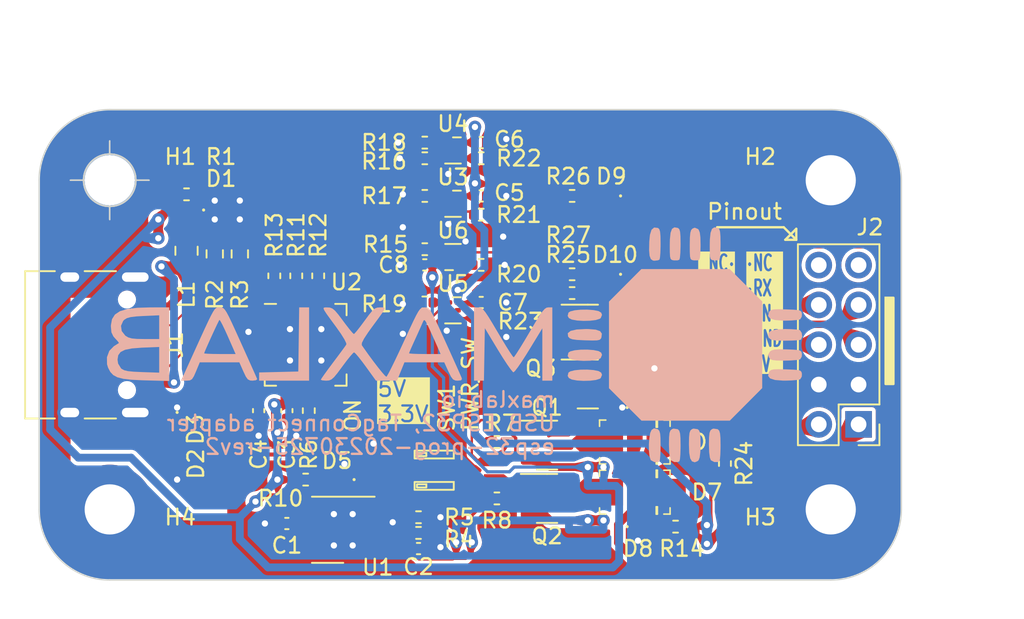
<source format=kicad_pcb>
(kicad_pcb (version 20221018) (generator pcbnew)
  (title_block (title "ESP32 External Programmer") (date "20230725") (rev "rev2"))
  (layers (0 "F.Cu" signal) (31 "B.Cu" signal) (34 "B.Paste" user) (35 "F.Paste" user) (36 "B.SilkS" user "B.Silkscreen") (37 "F.SilkS" user "F.Silkscreen") (38 "B.Mask" user) (39 "F.Mask" user) (44 "Edge.Cuts" user))
  (net 0 "")
  (net 1 "VBUS")
  (net 2 "GND")
  (net 3 "+3.3VA")
  (net 4 "+5V")
  (net 5 "+3.3V")
  (net 6 "Net-(U2-VDD)")
  (net 7 "Net-(D4-A)")
  (net 8 "Net-(D5-A)")
  (net 9 "/ESP_EN")
  (net 10 "/ESP_BOOT")
  (net 11 "/RXD")
  (net 12 "/TXD")
  (net 13 "Net-(Q1-D)")
  (net 14 "Net-(U2-~{RST})")
  (net 17 "Net-(R11-Pad2)")
  (net 18 "Net-(Q1-G)")
  (net 19 "Net-(U1-ADJ)")
  (net 20 "Net-(U2-~{DTR})")
  (net 22 "Net-(U2-TXD)")
  (net 23 "Net-(U2-RXD)")
  (net 24 "Net-(R17-Pad1)")
  (net 25 "Net-(R18-Pad1)")
  (net 28 "Net-(U2-~{RTS})")
  (net 44 "Net-(D8-A)")
  (net 45 "Net-(D9-A)")
  (net 46 "Net-(Q2-G)")
  (net 47 "Net-(R12-Pad2)")
  (net 48 "Net-(R19-Pad1)")
  (net 49 "Net-(Q2-D)")
  (net 50 "Net-(D10-A)")
  (net 51 "Net-(J1-VBUS-PadA4)")
  (net 52 "Net-(J1-CC1)")
  (net 54 "Net-(J1-CC2)")
  (net 56 "Net-(Q3-G)")
  (net 57 "Net-(Q3-S)")
  (net 58 "Net-(R13-Pad2)")
  (net 59 "Net-(R15-Pad2)")
  (net 60 "Net-(R20-Pad1)")
  (net 61 "Net-(R21-Pad1)")
  (net 62 "Net-(R22-Pad1)")
  (net 63 "Net-(R23-Pad1)")
  (net 64 "/UD-")
  (net 65 "/UD+")
  (footprint "Resistor_SMD:R_0603_1608Metric" (layer "F.Cu") (at 86.2 66.7 90)
    (fp_text reference "R2")
    (fp_text value "5.1k_0603_0603WAF5101T5E" hide)
  )
  (footprint "Resistor_SMD:R_0402_1005Metric" (layer "F.Cu") (at 109 63)
    (fp_text reference "R26")
    (fp_text value "1k_0402_0402WGF1001TCE" hide)
  )
  (footprint "Package_SON:Texas_USON-6_1x1.45mm_P0.5mm_SMD" (layer "F.Cu") (at 101.4 60.1)
    (fp_text reference "U4")
    (fp_text value "TI_SN74LVC1G125DRYR" hide)
  )
  (footprint "Package_DFN_QFN:DFN-8-1EP_4x4mm_P0.8mm_EP2.3x3.24mm" (layer "F.Cu") (at 94.4 84.3 180)
    (fp_text reference "U1")
    (fp_text value "LD39200DPUR" hide)
  )
  (footprint "00-kiml-diode:DO-214AC" (layer "F.Cu") (at 113 81.9 180)
    (fp_text reference "D7")
    (fp_text value "SS34" hide)
  )
  (footprint "Capacitor_SMD:C_0402_1005Metric" (layer "F.Cu") (at 99.2 85.5 180)
    (fp_text reference "C2")
    (fp_text value "10u_0402_LDK105CBJ106MVLF" hide)
  )
  (footprint "Resistor_SMD:R_0402_1005Metric" (layer "F.Cu") (at 103.2 64.2)
    (fp_text reference "R21")
    (fp_text value "32.4R_0402_AC0402FR-0732R4L" hide)
  )
  (footprint "00-kiml-switch-button-smd:SW_DIP_1.27mm_0.50mil_TP-02" (layer "F.Cu") (at 100.2 80.5 -90)
    (fp_text reference "SW1")
    (fp_text value "SW_DIP_x02_50mil_1.27mm_TP-02" hide)
  )
  (footprint "00-kiml-connector-usb:USB_C_Receptacle_HRO_TYPE-C-31-M-12" (layer "F.Cu") (at 78 72.5 -90)
    (fp_text reference "J1")
    (fp_text value "TYPE-C-31-M-12" hide)
  )
  (footprint "Resistor_SMD:R_0402_1005Metric" (layer "F.Cu") (at 115.6 76.5 180)
    (fp_text reference "R9")
    (fp_text value "1k_0402_0402WGF1001TCE" hide)
  )
  (footprint "Capacitor_SMD:C_0402_1005Metric" (layer "F.Cu") (at 90.8 83.9)
    (fp_text reference "C1")
    (fp_text value "10u_0402_LDK105CBJ106MVLF" hide)
  )
  (footprint "Capacitor_SMD:C_0402_1005Metric" (layer "F.Cu") (at 99.6 67.4 180)
    (fp_text reference "C8")
    (fp_text value "10u_0402_LDK105CBJ106MVLF" hide)
  )
  (footprint "MountingHole:MountingHole_3.2mm_M3_ISO7380_Pad" (layer "F.Cu") (at 79.5 83)
    (fp_text reference "H4")
    (fp_text value "MH" hide)
  )
  (footprint "MountingHole:MountingHole_3.2mm_M3_ISO7380_Pad" (layer "F.Cu") (at 125.5 62)
    (fp_text reference "H2")
    (fp_text value "MH" hide)
  )
  (footprint "Resistor_SMD:R_0402_1005Metric" (layer "F.Cu") (at 99.6 66.4)
    (fp_text reference "R15")
    (fp_text value "32.4R_0402_AC0402FR-0732R4L" hide)
  )
  (footprint "LED_SMD:LED_0402_1005Metric" (layer "F.Cu") (at 113.6 84.1)
    (fp_text reference "D8")
    (fp_text value "0402_RED_16-213SDRC/S530-A3/TR8" hide)
  )
  (footprint "Resistor_SMD:R_0402_1005Metric" (layer "F.Cu") (at 115.6 84.1 180)
    (fp_text reference "R14")
    (fp_text value "1k_0402_0402WGF1001TCE" hide)
  )
  (footprint "LED_SMD:LED_0402_1005Metric" (layer "F.Cu") (at 111 63 180)
    (fp_text reference "D9")
    (fp_text value "0402_BLUE_NCD0402B1" hide)
  )
  (footprint "Capacitor_SMD:C_0402_1005Metric" (layer "F.Cu") (at 89 76.7 -90)
    (fp_text reference "C4")
    (fp_text value "10u_0402_LDK105CBJ106MVLF" hide)
  )
  (footprint "Diode_SMD:D_0402_1005Metric" (layer "F.Cu") (at 83.8 79.9 90)
    (fp_text reference "D2")
    (fp_text value "SOD-882_0402_RCLAMP0521P-N" hide)
  )
  (footprint "Resistor_SMD:R_0402_1005Metric" (layer "F.Cu") (at 109 68)
    (fp_text reference "R27")
    (fp_text value "1k_0402_0402WGF1001TCE" hide)
  )
  (footprint "Package_DFN_QFN:QFN-28-1EP_5x5mm_P0.5mm_EP3.35x3.35mm" (layer "F.Cu") (at 92 72.5)
    (fp_text reference "U2")
    (fp_text value "CP2102-GMR" hide)
  )
  (footprint "Resistor_SMD:R_0402_1005Metric" (layer "F.Cu") (at 118.75 80.075 90)
    (fp_text reference "R24")
    (fp_text value "10k_0402_0402WGF1002TCE" hide)
  )
  (footprint "Resistor_SMD:R_0402_1005Metric" (layer "F.Cu") (at 91.4 68.1 90)
    (fp_text reference "R11")
    (fp_text value "32.4R_0402_AC0402FR-0732R4L" hide)
  )
  (footprint "Resistor_SMD:R_0402_1005Metric" (layer "F.Cu") (at 99.6 69.8 180)
    (fp_text reference "R19")
    (fp_text value "10k_0402_0402WGF1002TCE" hide)
  )
  (footprint "Resistor_SMD:R_0402_1005Metric" (layer "F.Cu") (at 103.2 67.4)
    (fp_text reference "R20")
    (fp_text value "10k_0402_0402WGF1002TCE" hide)
  )
  (footprint "MountingHole:MountingHole_3.2mm_M3_ISO7380_Pad" (layer "F.Cu") (at 125.5 83)
    (fp_text reference "H3")
    (fp_text value "MH" hide)
  )
  (footprint "Resistor_SMD:R_0402_1005Metric" (layer "F.Cu") (at 99.6 63 180)
    (fp_text reference "R17")
    (fp_text value "10k_0402_0402WGF1002TCE" hide)
  )
  (footprint "Capacitor_SMD:C_0402_1005Metric" (layer "F.Cu") (at 103.2 63)
    (fp_text reference "C5")
    (fp_text value "10u_0402_LDK105CBJ106MVLF" hide)
  )
  (footprint "Resistor_SMD:R_0603_1608Metric" (layer "F.Cu") (at 87.8 66.7 90)
    (fp_text reference "R3")
    (fp_text value "5.1k_0603_0603WAF5101T5E" hide)
  )
  (footprint "Package_SON:Texas_USON-6_1x1.45mm_P0.5mm_SMD" (layer "F.Cu") (at 101.4 63.5)
    (fp_text reference "U3")
    (fp_text value "TI_SN74LVC1G125DRYR" hide)
  )
  (footprint "Resistor_SMD:R_0402_1005Metric" (layer "F.Cu") (at 104.2 78.7)
    (fp_text reference "R7")
    (fp_text value "10k_0402_0402WGF1002TCE" hide)
  )
  (footprint "Connector_PinHeader_2.54mm:PinHeader_2x05_P2.54mm_Vertical" (layer "F.Cu") (at 127.275 77.575 180)
    (fp_text reference "J2")
    (fp_text value "Conn-02x05_PZ254-2-05-Z-8.5" hide)
  )
  (footprint "Package_TO_SOT_SMD:SOT-23" (layer "F.Cu") (at 110 71.5)
    (fp_text reference "Q4")
    (fp_text value "AO3400A" hide)
  )
  (footprint "Resistor_SMD:R_0402_1005Metric" (layer "F.Cu") (at 103.2 60.6)
    (fp_text reference "R22")
    (fp_text value "32.4R_0402_AC0402FR-0732R4L" hide)
  )
  (footprint "LED_SMD:LED_0402_1005Metric" (layer "F.Cu") (at 111 68 180)
    (fp_text reference "D10")
    (fp_text value "0402_BLUE_NCD0402B1" hide)
  )
  (footprint "Capacitor_SMD:C_0402_1005Metric" (layer "F.Cu") (at 103.2 69.8)
    (fp_text reference "C7")
    (fp_text value "10u_0402_LDK105CBJ106MVLF" hide)
  )
  (footprint "Resistor_SMD:R_0402_1005Metric" (layer "F.Cu") (at 103.2 70.8)
    (fp_text reference "R23")
    (fp_text value "32.4R_0402_AC0402FR-0732R4L" hide)
  )
  (footprint "Package_TO_SOT_SMD:SOT-23" (layer "F.Cu") (at 110 75)
    (fp_text reference "Q3")
    (fp_text value "AO3400A" hide)
  )
  (footprint "Diode_SMD:D_0402_1005Metric" (layer "F.Cu") (at 83.8 77.9 -90)
    (fp_text reference "D3")
    (fp_text value "SOD-882_0402_RCLAMP0521P-N" hide)
  )
  (footprint "Resistor_SMD:R_0402_1005Metric" (layer "F.Cu") (at 99.2 84.5 180)
    (fp_text reference "R4")
    (fp_text value "56k_0402_ERJ2RKF5602X" hide)
  )
  (footprint "Resistor_SMD:R_0402_1005Metric" (layer "F.Cu") (at 92.8 68.1 90)
    (fp_text reference "R12")
    (fp_text value "32.4R_0402_AC0402FR-0732R4L" hide)
  )
  (footprint "LED_SMD:LED_0402_1005Metric" (layer "F.Cu") (at 94 81.1 180)
    (fp_text reference "D5")
    (fp_text value "0402_RED_16-213SDRC/S530-A3/TR8" hide)
  )
  (footprint "Capacitor_SMD:C_0402_1005Metric" (layer "F.Cu") (at 90.8 76.7 -90)
    (fp_text reference "C3")
    (fp_text value "10u_0402_LDK105CBJ106MVLF" hide)
  )
  (footprint "Package_TO_SOT_SMD:SOT-23" (layer "F.Cu") (at 107.4 82.3)
    (fp_text reference "Q2")
    (fp_text value "AO3401A" hide)
  )
  (footprint "Resistor_SMD:R_0402_1005Metric" (layer "F.Cu") (at 92 81.1)
    (fp_text reference "R10")
    (fp_text value "1k_0402_0402WGF1001TCE" hide)
  )
  (footprint "Package_SON:Texas_USON-6_1x1.45mm_P0.5mm_SMD" (layer "F.Cu") (at 101.4 66.9 180)
    (fp_text reference "U6")
    (fp_text value "TI_SN74LVC1G125DRYR" hide)
  )
  (footprint "Resistor_SMD:R_0402_1005Metric" (layer "F.Cu") (at 99.2 83.5)
    (fp_text reference "R5")
    (fp_text value "10k_0402_0402WGF1002TCE" hide)
  )
  (footprint "Resistor_SMD:R_0402_1005Metric" (layer "F.Cu") (at 99.6 60.6)
    (fp_text reference "R16")
    (fp_text value "10k_0402_0402WGF1002TCE" hide)
  )
  (footprint "Package_TO_SOT_SMD:SOT-23" (layer "F.Cu") (at 107.4 78.9)
    (fp_text reference "Q1")
    (fp_text value "AO3401A" hide)
  )
  (footprint "Package_SON:Texas_USON-6_1x1.45mm_P0.5mm_SMD" (layer "F.Cu") (at 101.4 70.3)
    (fp_text reference "U5")
    (fp_text value "TI_SN74LVC1G125DRYR" hide)
  )
  (footprint "Capacitor_SMD:C_0402_1005Metric" (layer "F.Cu") (at 103.2 59.6)
    (fp_text reference "C6")
    (fp_text value "10u_0402_LDK105CBJ106MVLF" hide)
  )
  (footprint "Capacitor_SMD:C_0402_1005Metric" (layer "F.Cu") (at 112.925 74)
    (fp_text reference "C9")
    (fp_text value "10u_0402_LDK105CBJ106MVLF" hide)
  )
  (footprint "Resistor_SMD:R_0402_1005Metric" (layer "F.Cu") (at 90 68.1 90)
    (fp_text reference "R13")
    (fp_text value "32.4R_0402_AC0402FR-0732R4L" hide)
  )
  (footprint "Resistor_SMD:R_0402_1005Metric" (layer "F.Cu") (at 84.4 62.9)
    (fp_text reference "R1")
    (fp_text value "10k_0402_0402WGF1002TCE" hide)
  )
  (footprint "LED_SMD:LED_0402_1005Metric" (layer "F.Cu") (at 113.6 76.5)
    (fp_text reference "D4")
    (fp_text value "0402_RED_16-213SDRC/S530-A3/TR8" hide)
  )
  (footprint "Diode_SMD:D_0402_1005Metric" (layer "F.Cu") (at 84.4 63.9 180)
    (fp_text reference "D1")
    (fp_text value "SOD-882_0402_RCLAMP0521P-N" hide)
  )
  (footprint "Resistor_SMD:R_0402_1005Metric" (layer "F.Cu") (at 104.2 82.3)
    (fp_text reference "R8")
    (fp_text value "10k_0402_0402WGF1002TCE" hide)
  )
  (footprint "Resistor_SMD:R_0402_1005Metric" (layer "F.Cu") (at 109 69.2)
    (fp_text reference "R25")
    (fp_text value "10k_0402_0402WGF1002TCE" hide)
  )
  (footprint "Inductor_SMD:L_0805_2012Metric_Pad1.15x1.40mm_HandSolder" (layer "F.Cu") (at 84.4 66.5 90)
    (fp_text reference "L1")
    (fp_text value "FB_2A_0805_220R@100MHz_BLM21PG221SN1D" hide)
  )
  (footprint "00-kiml-diode:DO-214AC" (layer "F.Cu") (at 113 78.7 180)
    (fp_text reference "D6")
    (fp_text value "SS34" hide)
  )
  (footprint "Resistor_SMD:R_0402_1005Metric" (layer "F.Cu") (at 92.2 76.7 -90)
    (fp_text reference "R6")
    (fp_text value "10k_0402_0402WGF1002TCE" hide)
  )
  (footprint "Resistor_SMD:R_0402_1005Metric" (layer "F.Cu") (at 99.6 59.6 180)
    (fp_text reference "R18")
    (fp_text value "10k_0402_0402WGF1002TCE" hide)
  )
  (footprint "MountingHole:MountingHole_3.2mm_M3_ISO7380_Pad" (layer "F.Cu") (at 79.5 62)
    (fp_text reference "H1")
    (fp_text value "MH" hide)
  )
  (footprint "00-kiml-maxlab-logos:maxlab_logo_full_45mm" (layer "B.Cu") (at 101.147728 72.44968 180)
    (fp_text reference "G***" hide)
    (fp_text value "LOGO" hide)
  )
  (gr_line (start 123.3 65.8) (end 122.5 65) (stroke (width 0.15)) (layer "F.SilkS"))
  (gr_line (start 123.3 65.8) (end 123.3 65.1) (stroke (width 0.15)) (layer "F.SilkS"))
  (gr_rect (start 129 69.5) (end 129.5 75) (stroke (width 0.15)) (fill solid) (layer "F.SilkS"))
  (gr_line (start 123.3 65.1) (end 122.6 65.8) (stroke (width 0.15)) (layer "F.SilkS"))
  (gr_line (start 122.6 65.8) (end 123.3 65.8) (stroke (width 0.15)) (layer "F.SilkS"))
  (gr_line (start 122.5 65) (end 118.25 65) (stroke (width 0.15)) (layer "F.SilkS"))
  (gr_arc (start 79.5 87.5) (mid 76.318019 86.181981) (end 75 83) (stroke (width 0.1)) (layer "Edge.Cuts"))
  (gr_line (start 125.5 57.5) (end 79.5 57.5) (stroke (width 0.1)) (layer "Edge.Cuts"))
  (gr_line (start 130 62) (end 130 83) (stroke (width 0.1)) (layer "Edge.Cuts"))
  (gr_arc (start 125.5 57.5) (mid 128.681981 58.818019) (end 130 62) (stroke (width 0.1)) (layer "Edge.Cuts"))
  (gr_line (start 75 83) (end 75 62) (stroke (width 0.1)) (layer "Edge.Cuts"))
  (gr_arc (start 75 62) (mid 76.318019 58.818019) (end 79.5 57.5) (stroke (width 0.1)) (layer "Edge.Cuts"))
  (gr_arc (start 130 83) (mid 128.681981 86.181981) (end 125.5 87.5) (stroke (width 0.1)) (layer "Edge.Cuts"))
  (gr_line (start 125.5 87.5) (end 79.5 87.5) (stroke (width 0.1)) (layer "Edge.Cuts"))
  (gr_text "esp32-prog-${ISSUE_DATE}-${REVISION}" (at 108 79) (layer "B.SilkS") (effects (font (size 1 1)) (justify left mirror)))
  (gr_text "maxlab.io" (at 108 76) (layer "B.SilkS") (effects (font (size 1 1)) (justify left mirror)))
  (gr_text "USB ESP32, TagConnect adapter" (at 108 77.5) (layer "B.SilkS") (effects (font (size 1 1)) (justify left mirror)))
  (gr_text "NC·\nTX·\nBT·\nGND·\n3V3·" (at 119.5 70.5) (layer "F.SilkS" knockout) (effects (font (size 1 0.6)) (justify right)))
  (gr_text "·NC\n·RX\n·EN\n·GND\n·5V" (at 120 70.5) (layer "F.SilkS" knockout) (effects (font (size 1 0.6)) (justify left)))
  (gr_text "Pinout" (at 120 64) (layer "F.SilkS") (effects (font (size 1 1))))
  (gr_text "5V\n3.3V" (at 96.5 77.5) (layer "F.SilkS" knockout) (effects (font (size 1 1)) (justify left bottom)))
  (target plus (at 79.5 62) (size 5) (width 0.1) (layer "Edge.Cuts"))
  (target plus (at 79.5 62) (size 5) (width 0.1) (layer "Edge.Cuts"))
  (target plus (at 79.5 62) (size 5) (width 0.1) (layer "Edge.Cuts"))
  (segment (start 91.49 81.1) (end 90.2 81.1) (width 0.254) (layer "F.Cu") (net 1))
  (segment (start 90 76.3) (end 90.72 76.3) (width 0.5) (layer "F.Cu") (net 1))
  (segment (start 83.89 62.9) (end 83.89 63.875) (width 0.5) (layer "F.Cu") (net 1))
  (segment (start 90.8 76.22) (end 90.615614 76.22) (width 0.5) (layer "F.Cu") (net 1))
  (segment (start 105.75 79.85) (end 106.4625 79.85) (width 0.2032) (layer "F.Cu") (net 1))
  (segment (start 92.5 83.1) (end 91.4 83.1) (width 0.254) (layer "F.Cu") (net 1))
  (segment (start 90.05 74.95) (end 90.5 74.95) (width 0.2032) (layer "F.Cu") (net 1))
  (segment (start 83.915 64.99) (end 83.915 63.9) (width 0.5) (layer "F.Cu") (net 1))
  (segment (start 104.3116 78.0784) (end 105.025846 78.0784) (width 0.2032) (layer "F.Cu") (net 1))
  (segment (start 84.4 65.475) (end 83.915 64.99) (width 0.5) (layer "F.Cu") (net 1))
  (segment (start 90.04 77.94) (end 90.2 78.1) (width 0.5) (layer "F.Cu") (net 1))
  (segment (start 103.69 78.7) (end 104.3116 78.0784) (width 0.2032) (layer "F.Cu") (net 1))
  (segment (start 89.2 82.1) (end 90.2 82.1) (width 0.254) (layer "F.Cu") (net 1))
  (segment (start 90.8 76.22) (end 90.5 75.92) (width 0.2032) (layer "F.Cu") (net 1))
  (segment (start 83.2 63.9) (end 82.6 64.5) (width 0.5) (layer "F.Cu") (net 1))
  (segment (start 89.55 74.45) (end 90.05 74.95) (width 0.2032) (layer "F.Cu") (net 1))
  (segment (start 91.28 83.9) (end 92.5 83.9) (width 0.254) (layer "F.Cu") (net 1))
  (segment (start 91.4 83.1) (end 91.28 83.22) (width 0.254) (layer "F.Cu") (net 1))
  (segment (start 90.2 82.1) (end 90.2 81.1) (width 0.254) (layer "F.Cu") (net 1))
  (segment (start 90.72 76.3) (end 90.8 76.22) (width 0.5) (layer "F.Cu") (net 1))
  (segment (start 105.025846 78.0784) (end 105.4 78.452554) (width 0.2032) (layer "F.Cu") (net 1))
  (segment (start 90.5 75.92) (end 90.5 74.95) (width 0.2032) (layer "F.Cu") (net 1))
  (segment (start 100.08 67.4) (end 100.08 68.2) (width 0.2032) (layer "F.Cu") (net 1))
  (segment (start 83.915 63.9) (end 83.2 63.9) (width 0.5) (layer "F.Cu") (net 1))
  (segment (start 107.6 80.3) (end 110 80.3) (width 0.5) (layer "F.Cu") (net 1))
  (segment (start 105.4 78.452554) (end 105.4 79.5) (width 0.2032) (layer "F.Cu") (net 1))
  (segment (start 91.2 83.1) (end 90.2 82.1) (width 0.254) (layer "F.Cu") (net 1))
  (segment (start 105.4 79.5) (end 105.75 79.85) (width 0.2032) (layer "F.Cu") (net 1))
  (segment (start 89.55 74) (end 89.55 74.45) (width 0.2032) (layer "F.Cu") (net 1))
  (segment (start 88.8 82.5) (end 89.2 82.1) (width 0.254) (layer "F.Cu") (net 1))
  (segment (start 107.15 79.85) (end 107.6 80.3) (width 0.5) (layer "F.Cu") (net 1))
  (segment (start 91.28 83.22) (end 91.28 83.9) (width 0.254) (layer "F.Cu") (net 1))
  (segment (start 82.6 64.5) (end 82.6 65.7) (width 0.5) (layer "F.Cu") (net 1))
  (segment (start 90.615614 76.22) (end 90.04 76.795614) (width 0.5) (layer "F.Cu") (net 1))
  (segment (start 106.4625 79.85) (end 107.15 79.85) (width 0.5) (layer "F.Cu") (net 1))
  (segment (start 90.04 76.795614) (end 90.04 77.94) (width 0.5) (layer "F.Cu") (net 1))
  (segment (start 101.1 67.4) (end 100.08 67.4) (width 0.2032) (layer "F.Cu") (net 1))
  (segment (start 110 80.3) (end 111 80.3) (width 0.5) (layer "F.Cu") (net 1))
  (segment (start 91.4 83.1) (end 91.2 83.1) (width 0.254) (layer "F.Cu") (net 1))
  (via (at 111 80.3) (size 0.8) (drill 0.4) (layers "F.Cu" "B.Cu") (net 1))
  (via (at 90.2 78.1) (size 0.8) (drill 0.4) (layers "F.Cu" "B.Cu") (net 1))
  (via (at 90 76.3) (size 0.8) (drill 0.4) (layers "F.Cu" "B.Cu") (net 1))
  (via (at 82.6 65.7) (size 0.8) (drill 0.4) (layers "F.Cu" "B.Cu") (net 1))
  (via (at 90.2 81.1) (size 0.8) (drill 0.4) (layers "F.Cu" "B.Cu") (net 1))
  (via (at 110 80.3) (size 0.8) (drill 0.4) (layers "F.Cu" "B.Cu") (net 1))
  (via (at 100.08 68.2) (size 0.8) (drill 0.4) (layers "F.Cu" "B.Cu") (net 1))
  (via (at 82.6 64.5) (size 0.8) (drill 0.4) (layers "F.Cu" "B.Cu") (net 1))
  (via (at 88.8 82.5) (size 0.8) (drill 0.4) (layers "F.Cu" "B.Cu") (net 1))
  (segment (start 112 81.7) (end 111.8 81.5) (width 0.5) (layer "B.Cu") (net 1))
  (segment (start 90.2 76.5) (end 90 76.3) (width 0.5) (layer "B.Cu") (net 1))
  (segment (start 100.8 77.8) (end 100.8 74.6) (width 0.2032) (layer "B.Cu") (net 1))
  (segment (start 75.7 71.4) (end 81.6 65.5) (width 0.5) (layer "B.Cu") (net 1))
  (segment (start 103.6 80.6) (end 100.8 77.8) (width 0.2032) (layer "B.Cu") (net 1))
  (segment (start 110 81.5) (end 110 80.3) (width 0.5) (layer "B.Cu") (net 1))
  (segment (start 90.2 78.1) (end 90.2 81.1) (width 0.5) (layer "B.Cu") (net 1))
  (segment (start 87.8 83.5) (end 84.666905 83.5) (width 0.5) (layer "B.Cu") (net 1))
  (segment (start 87.8 84.9) (end 89.6 86.7) (width 0.5) (layer "B.Cu") (net 1))
  (segment (start 105 80.6) (end 103.6 80.6) (width 0.2032) (layer "B.Cu") (net 1))
  (segment (start 81.8 65.7) (end 81.6 65.5) (width 0.5) (layer "B.Cu") (net 1))
  (segment (start 100.08 73.88) (end 100.08 68.2) (width 0.2032) (layer "B.Cu") (net 1))
  (segment (start 84.666905 83.5) (end 80.866905 79.7) (width 0.5) (layer "B.Cu") (net 1))
  (segment (start 89.6 86.7) (end 111.6 86.7) (width 0.5) (layer "B.Cu") (net 1))
  (segment (start 90.2 78.1) (end 90.2 76.5) (width 0.5) (layer "B.Cu") (net 1))
  (segment (start 112 86.3) (end 112 81.7) (width 0.5) (layer "B.Cu") (net 1))
  (segment (start 82.6 64.5) (end 81.6 65.5) (width 0.5) (layer "B.Cu") (net 1))
  (segment (start 110 80.3) (end 105.3 80.3) (width 0.2032) (layer "B.Cu") (net 1))
  (segment (start 82.6 65.7) (end 81.8 65.7) (width 0.5) (layer "B.Cu") (net 1))
  (segment (start 100.8 74.6) (end 100.08 73.88) (width 0.2032) (layer "B.Cu") (net 1))
  (segment (start 77.5 79.7) (end 75.7 77.9) (width 0.5) (layer "B.Cu") (net 1))
  (segment (start 87.8 83.5) (end 87.8 84.9) (width 0.5) (layer "B.Cu") (net 1))
  (segment (start 90.2 81.1) (end 87.8 83.5) (width 0.5) (layer "B.Cu") (net 1))
  (segment (start 75.7 77.9) (end 75.7 71.4) (width 0.5) (layer "B.Cu") (net 1))
  (segment (start 111 80.3) (end 111 81.5) (width 0.5) (layer "B.Cu") (net 1))
  (segment (start 80.866905 79.7) (end 77.5 79.7) (width 0.5) (layer "B.Cu") (net 1))
  (segment (start 111.8 81.5) (end 111 81.5) (width 0.5) (layer "B.Cu") (net 1))
  (segment (start 111.6 86.7) (end 112 86.3) (width 0.5) (layer "B.Cu") (net 1))
  (segment (start 111 81.5) (end 110 81.5) (width 0.5) (layer "B.Cu") (net 1))
  (segment (start 105.3 80.3) (end 105 80.6) (width 0.2032) (layer "B.Cu") (net 1))
  (segment (start 89 77.18) (end 89 78.3) (width 0.254) (layer "F.Cu") (net 2))
  (segment (start 98.3 69.8) (end 98.2 69.9) (width 0.1524) (layer "F.Cu") (net 2))
  (segment (start 104.5714 59.6) (end 104.8 59.3714) (width 0.1524) (layer "F.Cu") (net 2))
  (segment (start 101.1 70.8) (end 101.1 71.5) (width 0.1524) (layer "F.Cu") (net 2))
  (segment (start 113.115 84.911055) (end 113.19949 84.995545) (width 0.1524) (layer "F.Cu") (net 2))
  (segment (start 90.32 83.9) (end 89.4 83.9) (width 0.254) (layer "F.Cu") (net 2))
  (segment (start 101.7 66.4) (end 102.2 65.9) (width 0.1524) (layer "F.Cu") (net 2))
  (segment (start 99.09 63) (end 98.2286 63) (width 0.1524) (layer "F.Cu") (net 2))
  (segment (start 99.71 83.5) (end 100.6 83.5) (width 0.254) (layer "F.Cu") (net 2))
  (segment (start 100.51 85.5) (end 100.6 85.41) (width 0.254) (layer "F.Cu") (net 2))
  (segment (start 113.115 84.1) (end 113.115 84.911055) (width 0.1524) (layer "F.Cu") (net 2))
  (segment (start 96.3 83.9) (end 97.473813 83.9) (width 0.254) (layer "F.Cu") (net 2))
  (segment (start 113.405 74) (end 114.25 74) (width 0.1524) (layer "F.Cu") (net 2))
  (segment (start 94.485 80.11) (end 94.475 80.1) (width 0.254) (layer "F.Cu") (net 2))
  (segment (start 90.8 77.18) (end 91.4 77.78) (width 0.254) (layer "F.Cu") (net 2))
  (segment (start 99.12 67.4) (end 98 67.4) (width 0.1524) (layer "F.Cu") (net 2))
  (segment (start 99.09 69.8) (end 98.3 69.8) (width 0.1524) (layer "F.Cu") (net 2))
  (segment (start 113.115 76.5) (end 112.2 76.5) (width 0.1524) (layer "F.Cu") (net 2))
  (segment (start 103.68 69.8) (end 104.8 69.8) (width 0.1524) (layer "F.Cu") (net 2))
  (segment (start 96.39 78.865) (end 96.325 78.8) (width 0.1524) (layer "F.Cu") (net 2))
  (segment (start 103.68 59.6) (end 104.5714 59.6) (width 0.1524) (layer "F.Cu") (net 2))
  (segment (start 89.55 72) (end 88.675 72) (width 0.1524) (layer "F.Cu") (net 2))
  (segment (start 99.68 85.5) (end 100.51 85.5) (width 0.254) (layer "F.Cu") (net 2))
  (segment (start 96.39 79.865) (end 96.39 78.865) (width 0.1524) (layer "F.Cu") (net 2))
  (segment (start 101.1 60.6) (end 101.1 61.6) (width 0.1524) (layer "F.Cu") (net 2))
  (segment (start 99.09 60.6) (end 98 60.6) (width 0.1524) (layer "F.Cu") (net 2))
  (segment (start 103.71 67.4) (end 104.7 67.4) (width 0.1524) (layer "F.Cu") (net 2))
  (segment (start 99.09 59.6) (end 98.2 59.6) (width 0.1524) (layer "F.Cu") (net 2))
  (segment (start 94.485 81.1) (end 94.485 80.11) (width 0.254) (layer "F.Cu") (net 2))
  (segment (start 88.675 72) (end 88.35 71.675) (width 0.1524) (layer "F.Cu") (net 2))
  (segment (start 91.4 77.78) (end 91.4 78.3) (width 0.254) (layer "F.Cu") (net 2))
  (segment (start 96.39 79.865) (end 96.39 81.135) (width 0.1524) (layer "F.Cu") (net 2))
  (segment (start 82.045 75.75) (end 82.045 76.82) (width 0.254) (layer "F.Cu") (net 2))
  (segment (start 101.1 64) (end 101.1 64.8) (width 0.1524) (layer "F.Cu") (net 2))
  (segment (start 97.473813 83.9) (end 97.553213 83.8206) (width 0.254) (layer "F.Cu") (net 2))
  (segment (start 103.68 63) (end 104.8 63) (width 0.1524) (layer "F.Cu") (net 2))
  (segment (start 83.8 80.385) (end 83.8 81.1) (width 0.5) (layer "F.Cu") (net 2))
  (segment (start 83.8 77.415) (end 83.8 76.5) (width 0.5) (layer "F.Cu") (net 2))
  (segment (start 98.2 59.6) (end 97.9 59.6) (width 0.1524) (layer "F.Cu") (net 2))
  (segment (start 101.1 71.5) (end 101 71.6) (width 0.1524) (layer "F.Cu") (net 2))
  (via (at 102.2 65.9) (size 0.8) (drill 0.4) (layers "F.Cu" "B.Cu") (net 2))
  (via (at 104.6 65.6) (size 0.8) (drill 0.4) (layers "F.Cu" "B.Cu") (net 2))
  (via (at 104.8 63) (size 0.8) (drill 0.4) (layers "F.Cu" "B.Cu") (net 2))
  (via (at 91 71.5) (size 0.8) (drill 0.4) (layers "F.Cu" "B.Cu") (net 2))
  (via (at 95 83.3) (size 0.8) (drill 0.4) (layers "F.Cu" "B.Cu") (net 2))
  (via (at 93 71.5) (size 0.8) (drill 0.4) (layers "F.Cu" "B.Cu") (net 2))
  (via (at 83.8 76.5) (size 0.8) (drill 0.4) (layers "F.Cu" "B.Cu") (net 2))
  (via (at 87.8 64.5) (size 0.8) (drill 0.4) (layers "F.Cu" "B.Cu") (net 2))
  (via (at 114.25 74) (size 0.8) (drill 0.4) (layers "F.Cu" "B.Cu") (net 2))
  (via (at 91.4 78.3) (size 0.8) (drill 0.4) (layers "F.Cu" "B.Cu") (net 2))
  (via (at 89.4 83.9) (size 0.8) (drill 0.4) (layers "F.Cu" "B.Cu") (net 2))
  (via (at 96.325 78.8) (size 0.8) (drill 0.4) (layers "F.Cu" "B.Cu") (net 2))
  (via (at 104.8 72) (size 0.8) (drill 0.4) (layers "F.Cu" "B.Cu") (net 2))
  (via (at 104.8 59.3714) (size 0.8) (drill 0.4) (layers "F.Cu" "B.Cu") (net 2))
  (via (at 98.2 62.9) (size 0.8) (drill 0.4) (layers "F.Cu" "B.Cu") (net 2))
  (via (at 101.1 64.8) (size 0.8) (drill 0.4) (layers "F.Cu" "B.Cu") (net 2))
  (via (at 97.9 59.6) (size 0.8) (drill 0.4) (layers "F.Cu" "B.Cu") (net 2))
  (via (at 101.1 61.6) (size 0.8) (drill 0.4) (layers "F.Cu" "B.Cu") (net 2))
  (via (at 91 73.5) (size 0.8) (drill 0.4) (layers "F.Cu" "B.Cu") (net 2))
  (via (at 93.8 83.3) (size 0.8) (drill 0.4) (layers "F.Cu" "B.Cu") (net 2))
  (via (at 98 60.6) (size 0.8) (drill 0.4) (layers "F.Cu" "B.Cu") (net 2))
  (via (at 100.6 83.5) (size 0.8) (drill 0.4) (layers "F.Cu" "B.Cu") (net 2))
  (via (at 113.19949 84.995545) (size 0.8) (drill 0.4) (layers "F.Cu" "B.Cu") (net 2))
  (via (at 93.8 85.3) (size 0.8) (drill 0.4) (layers "F.Cu" "B.Cu") (net 2))
  (via (at 104.8 69.8) (size 0.8) (drill 0.4) (layers "F.Cu" "B.Cu") (net 2))
  (via (at 89 78.3) (size 0.8) (drill 0.4) (layers "F.Cu" "B.Cu") (net 2))
  (via (at 98.2 65) (size 0.8) (drill 0.4) (layers "F.Cu" "B.Cu") (net 2))
  (via (at 93 73.5) (size 0.8) (drill 0.4) (layers "F.Cu" "B.Cu") (net 2))
  (via (at 104.7 67.4) (size 0.8) (drill 0.4) (layers "F.Cu" "B.Cu") (net 2))
  (via (at 86.2 64.5) (size 0.8) (drill 0.4) (layers "F.Cu" "B.Cu") (net 2))
  (via (at 83.8 81.1) (size 0.8) (drill 0.4) (layers "F.Cu" "B.Cu") (net 2))
  (via (at 100.6 85.41) (size 0.8) (drill 0.4) (layers "F.Cu" "B.Cu") (net 2))
  (via (at 95 85.3) (size 0.8) (drill 0.4) (layers "F.Cu" "B.Cu") (net 2))
  (via (at 97.553213 83.8206) (size 0.8) (drill 0.4) (layers "F.Cu" "B.Cu") (net 2))
  (via (at 112.2 76.5) (size 0.8) (drill 0.4) (layers "F.Cu" "B.Cu") (net 2))
  (via (at 98.2 71.8) (size 0.8) (drill 0.4) (layers "F.Cu" "B.Cu") (net 2))
  (via (at 88.35 71.675) (size 0.8) (drill 0.4) (layers "F.Cu" "B.Cu") (net 2))
  (via (at 94.475 80.1) (size 0.8) (drill 0.4) (layers "F.Cu" "B.Cu") (net 2))
  (via (at 101 71.6) (size 0.8) (drill 0.4) (layers "F.Cu" "B.Cu") (net 2))
  (via (at 98.2 69.9) (size 0.8) (drill 0.4) (layers "F.Cu" "B.Cu") (net 2))
  (via (at 87.8 63.3) (size 0.8) (drill 0.4) (layers "F.Cu" "B.Cu") (net 2))
  (via (at 86.2 63.3) (size 0.8) (drill 0.4) (layers "F.Cu" "B.Cu") (net 2))
  (via (at 98 67.4) (size 0.8) (drill 0.4) (layers "F.Cu" "B.Cu") (net 2))
  (segment (start 107.6 83.7) (end 110 83.7) (width 0.5) (layer "F.Cu") (net 3))
  (segment (start 98.72 85.62) (end 99.2 86.1) (width 0.254) (layer "F.Cu") (net 3))
  (segment (start 103.69 82.3) (end 102.6 83.39) (width 0.2032) (layer "F.Cu") (net 3))
  (segment (start 101 84.5) (end 101.6 85.1) (width 0.254) (layer "F.Cu") (net 3))
  (segment (start 102.6 85.7) (end 102.6 85.1) (width 0.254) (layer "F.Cu") (net 3))
  (segment (start 107.15 83.25) (end 107.6 83.7) (width 0.5) (layer "F.Cu") (net 3))
  (segment (start 99.237 86.137) (end 101.363 86.137) (width 0.254) (layer "F.Cu") (net 3))
  (segment (start 101.4 86.1) (end 102.2 86.1) (width 0.254) (layer "F.Cu") (net 3))
  (segment (start 101.4 86.1) (end 101.6 85.9) (width 0.254) (layer "F.Cu") (net 3))
  (segment (start 101.363 86.137) (end 101.4 86.1) (width 0.254) (layer "F.Cu") (net 3))
  (segment (start 102.2 86.1) (end 102.6 85.7) (width 0.254) (layer "F.Cu") (net 3))
  (segment (start 106.4625 83.25) (end 107.15 83.25) (width 0.5) (layer "F.Cu") (net 3))
  (segment (start 96.3 85.5) (end 98.72 85.5) (width 0.254) (layer "F.Cu") (net 3))
  (segment (start 110 83.7) (end 111 83.7) (width 0.5) (layer "F.Cu") (net 3))
  (segment (start 99.2 86.1) (end 99.237 86.137) (width 0.254) (layer "F.Cu") (net 3))
  (segment (start 101.6 85.9) (end 101.6 85.1) (width 0.254) (layer "F.Cu") (net 3))
  (segment (start 102.6 83.39) (end 102.6 85.1) (width 0.2032) (layer "F.Cu") (net 3))
  (segment (start 99.71 84.5) (end 101 84.5) (width 0.254) (layer "F.Cu") (net 3))
  (via (at 101.6 85.1) (size 0.8) (drill 0.4) (layers "F.Cu" "B.Cu") (net 3))
  (via (at 111 83.7) (size 0.8) (drill 0.4) (layers "F.Cu" "B.Cu") (net 3))
  (via (at 102.6 85.1) (size 0.8) (drill 0.4) (layers "F.Cu" "B.Cu") (net 3))
  (via (at 110 83.7) (size 0.8) (drill 0.4) (layers "F.Cu" "B.Cu") (net 3))
  (segment (start 110 83.7) (end 108.8 83.7) (width 0.5) (layer "B.Cu") (net 3))
  (segment (start 101.6 85.1) (end 101.6 83.9) (width 0.5) (layer "B.Cu") (net 3))
  (segment (start 102.6 85.1) (end 102.6 83.9) (width 0.5) (layer "B.Cu") (net 3))
  (segment (start 111 83.7) (end 111 84.3) (width 0.5) (layer "B.Cu") (net 3))
  (segment (start 108.8 83.7) (end 102.8 83.7) (width 0.5) (layer "B.Cu") (net 3))
  (segment (start 102.8 83.7) (end 102.6 83.9) (width 0.5) (layer "B.Cu") (net 3))
  (segment (start 101.6 83.9) (end 102.6 83.9) (width 0.5) (layer "B.Cu") (net 3))
  (segment (start 108.8 84.3) (end 108.8 83.7) (width 0.5) (layer "B.Cu") (net 3))
  (segment (start 111 84.3) (end 108.8 84.3) (width 0.5) (layer "B.Cu") (net 3))
  (segment (start 125.8 79.05) (end 127.275 77.575) (width 0.5) (layer "F.Cu") (net 4))
  (segment (start 115 77.61) (end 116.11 76.5) (width 0.2032) (layer "F.Cu") (net 4))
  (segment (start 115 78.7) (end 115 77.61) (width 0.2032) (layer "F.Cu") (net 4))
  (segment (start 115 78.7) (end 112.975 80.725) (width 0.5) (layer "F.Cu") (net 4))
  (segment (start 112.975 82.925) (end 111.925 83.975) (width 0.5) (layer "F.Cu") (net 4))
  (segment (start 111.925 85.125) (end 112.95 86.15) (width 0.5) (layer "F.Cu") (net 4))
  (segment (start 111.925 83.975) (end 111.925 85.125) (width 0.5) (layer "F.Cu") (net 4))
  (segment (start 112.95 86.15) (end 118.25 86.15) (width 0.5) (layer "F.Cu") (net 4))
  (segment (start 123.775 79.05) (end 125.8 79.05) (width 0.5) (layer "F.Cu") (net 4))
  (segment (start 118.25 86.15) (end 121.525 82.875) (width 0.5) (layer "F.Cu") (net 4))
  (segment (start 121.525 82.875) (end 121.525 81.3) (width 0.5) (layer "F.Cu") (net 4))
  (segment (start 112.975 80.725) (end 112.975 82.925) (width 0.5) (layer "F.Cu") (net 4))
  (segment (start 121.525 81.3) (end 123.775 79.05) (width 0.5) (layer "F.Cu") (net 4))
  (segment (start 117.85 81.485) (end 117.85 83.75) (width 0.2032) (layer "F.Cu") (net 5))
  (segment (start 101.7 63) (end 102.72 63) (width 0.2032) (layer "F.Cu") (net 5))
  (segment (start 102.72 58.68) (end 102.8 58.6) (width 0.2032) (layer "F.Cu") (net 5))
  (segment (start 108.49 63) (end 107 63) (width 0.2032) (layer "F.Cu") (net 5))
  (segment (start 103 68.8) (end 102.72 69.08) (width 0.2032) (layer "F.Cu") (net 5))
  (segment (start 101.7 69.8) (end 102.72 69.8) (width 0.2032) (layer "F.Cu") (net 5))
  (segment (start 117 84.1) (end 117 84.6) (width 0.254) (layer "F.Cu") (net 5))
  (segment (start 117.85 83.75) (end 117.6 84) (width 0.2032) (layer "F.Cu") (net 5))
  (segment (start 108.49 68) (end 108.49 68.4) (width 0.2032) (layer "F.Cu") (net 5))
  (segment (start 123.532919 77.575) (end 124.735 77.575) (width 0.5) (layer "F.Cu") (net 5))
  (segment (start 115 82.99) (end 115 81.9) (width 0.2032) (layer "F.Cu") (net 5))
  (segment (start 101.7 69.8) (end 101.7 69) (width 0.2032) (layer "F.Cu") (net 5))
  (segment (start 116.11 84.1) (end 115 82.99) (width 0.2032) (layer "F.Cu") (net 5))
  (segment (start 102.72 62.28) (end 102.8 62.2) (width 0.2032) (layer "F.Cu") (net 5))
  (segment (start 108.49 68.4) (end 108.09 68.8) (width 0.2032) (layer "F.Cu") (net 5))
  (segment (start 107 63) (end 106.25 62.25) (width 0.2032) (layer "F.Cu") (net 5))
  (segment (start 117.6 85.2) (end 120.825 81.975) (width 0.5) (layer "F.Cu") (net 5))
  (segment (start 118.75 80.585) (end 117.85 81.485) (width 0.2032) (layer "F.Cu") (net 5))
  (segment (start 108.09 68.8) (end 103 68.8) (width 0.2032) (layer "F.Cu") (net 5))
  (segment (start 117 84.6) (end 117.6 85.2) (width 0.254) (layer "F.Cu") (net 5))
  (segment (start 120.825 80.282919) (end 123.532919 77.575) (width 0.5) (layer "F.Cu") (net 5))
  (segment (start 106.25 62.25) (end 102.85 62.25) (width 0.2032) (layer "F.Cu") (net 5))
  (segment (start 116.11 84.1) (end 117 84.1) (width 0.254) (layer "F.Cu") (net 5))
  (segment (start 117 84.1) (end 117.5 84.1) (width 0.254) (layer "F.Cu") (net 5))
  (segment (start 101.7 59.6) (end 102.72 59.6) (width 0.2032) (layer "F.Cu") (net 5))
  (segment (start 120.825 81.975) (end 120.825 80.282919) (width 0.5) (layer "F.Cu") (net 5))
  (segment (start 102.72 69.08) (end 102.72 69.8) (width 0.2032) (layer "F.Cu") (net 5))
  (segment (start 108.49 69.2) (end 108.09 68.8) (width 0.2032) (layer "F.Cu") (net 5))
  (segment (start 117.5 84.1) (end 117.6 84) (width 0.254) (layer "F.Cu") (net 5))
  (segment (start 102.72 59.6) (end 102.72 58.68) (width 0.2032) (layer "F.Cu") (net 5))
  (segment (start 102.72 63) (end 102.72 62.28) (width 0.2032) (layer "F.Cu") (net 5))
  (segment (start 102.85 62.25) (end 102.8 62.2) (width 0.2032) (layer "F.Cu") (net 5))
  (via (at 101.7 69) (size 0.8) (drill 0.4) (layers "F.Cu" "B.Cu") (net 5))
  (via (at 117.6 85.2) (size 0.8) (drill 0.4) (layers "F.Cu" "B.Cu") (net 5))
  (via (at 117.6 84) (size 0.8) (drill 0.4) (layers "F.Cu" "B.Cu") (net 5))
  (via (at 102.8 62.2) (size 0.8) (drill 0.4) (layers "F.Cu" "B.Cu") (net 5))
  (via (at 102.8 58.6) (size 0.8) (drill 0.4) (layers "F.Cu" "B.Cu") (net 5))
  (segment (start 102 69) (end 101.7 69) (width 0.5) (layer "B.Cu") (net 5))
  (segment (start 113.8 78.8) (end 117.6 82.6) (width 0.5) (layer "B.Cu") (net 5))
  (segment (start 102.8 58.6) (end 102.8 62.2) (width 0.5) (layer "B.Cu") (net 5))
  (segment (start 101.7 69) (end 101.7 69.7) (width 0.5) (layer "B.Cu") (net 5))
  (segment (start 117.6 85.2) (end 117.6 84) (width 0.5) (layer "B.Cu") (net 5))
  (segment (start 102.8 62.2) (end 102.8 64.6) (width 0.5) (layer "B.Cu") (net 5))
  (segment (start 102.8 78.2) (end 103.4 78.8) (width 0.5) (layer "B.Cu") (net 5))
  (segment (start 102.8 64.6) (end 103.4 65.2) (width 0.5) (layer "B.Cu") (net 5))
  (segment (start 117.6 82.6) (end 117.6 84) (width 0.5) (layer "B.Cu") (net 5))
  (segment (start 103.4 67.6) (end 102 69) (width 0.5) (layer "B.Cu") (net 5))
  (segment (start 101.7 69.7) (end 102.8 70.8) (width 0.5) (layer "B.Cu") (net 5))
  (segment (start 102.8 70.8) (end 102.8 78.2) (width 0.5) (layer "B.Cu") (net 5))
  (segment (start 103.4 78.8) (end 113.8 78.8) (width 0.5) (layer "B.Cu") (net 5))
  (segment (start 103.4 65.2) (end 103.4 67.6) (width 0.5) (layer "B.Cu") (net 5))
  (segment (start 91.6 79.5) (end 89 79.5) (width 0.254) (layer "F.Cu") (net 6))
  (segment (start 89 75.1) (end 89 76.22) (width 0.2032) (layer "F.Cu") (net 6))
  (segment (start 88.2 76.9) (end 88.88 76.22) (width 0.254) (layer "F.Cu") (net 6))
  (segment (start 89.55 73.5) (end 89.135085 73.5) (width 0.2032) (layer "F.Cu") (net 6))
  (segment (start 92.2 78.9) (end 91.6 79.5) (width 0.254) (layer "F.Cu") (net 6))
  (segment (start 88.6 74.7) (end 89 75.1) (width 0.2032) (layer "F.Cu") (net 6))
  (segment (start 88.6 74.035085) (end 88.6 74.7) (width 0.2032) (layer "F.Cu") (net 6))
  (segment (start 89.135085 73.5) (end 88.6 74.035085) (width 0.2032) (layer "F.Cu") (net 6))
  (segment (start 89 79.5) (end 88.2 78.7) (width 0.254) (layer "F.Cu") (net 6))
  (segment (start 88.2 78.7) (end 88.2 76.9) (width 0.254) (layer "F.Cu") (net 6))
  (segment (start 92.2 77.21) (end 92.2 78.9) (width 0.254) (layer "F.Cu") (net 6))
  (segment (start 115.09 76.5) (end 114.085 76.5) (width 0.1524) (layer "F.Cu") (net 7))
  (segment (start 92.51 81.1) (end 93.515 81.1) (width 0.254) (layer "F.Cu") (net 8))
  (segment (start 126.13 71.35) (end 127.275 72.495) (width 0.1524) (layer "F.Cu") (net 9))
  (segment (start 112.445 74) (end 111.445 75) (width 0.1524) (layer "F.Cu") (net 9))
  (segment (start 108.0964 74.3714) (end 108.0964 72.1286) (width 0.1524) (layer "F.Cu") (net 9))
  (segment (start 108.3036 71.9214) (end 108.964021 71.9214) (width 0.1524) (layer "F.Cu") (net 9))
  (segment (start 108.0964 72.1286) (end 108.3036 71.9214) (width 0.1524) (layer "F.Cu") (net 9))
  (segment (start 118.7 70.85) (end 119.2 71.35) (width 0.1524) (layer "F.Cu") (net 9))
  (segment (start 108.964021 71.9214) (end 110.035421 70.85) (width 0.1524) (layer "F.Cu") (net 9))
  (segment (start 110.9375 75) (end 108.725 75) (width 0.1524) (layer "F.Cu") (net 9))
  (segment (start 108.725 75) (end 108.0964 74.3714) (width 0.1524) (layer "F.Cu") (net 9))
  (segment (start 110.035421 70.85) (end 118.7 70.85) (width 0.1524) (layer "F.Cu") (net 9))
  (segment (start 119.2 71.35) (end 126.13 71.35) (width 0.1524) (layer "F.Cu") (net 9))
  (segment (start 110.9375 71.5) (end 114.225 71.5) (width 0.1524) (layer "F.Cu") (net 10))
  (segment (start 115.22 72.495) (end 114.225 71.5) (width 0.1524) (layer "F.Cu") (net 10))
  (segment (start 124.735 72.495) (end 115.22 72.495) (width 0.1524) (layer "F.Cu") (net 10))
  (segment (start 119.153748 70.2598) (end 120.0348 70.2598) (width 0.1524) (layer "F.Cu") (net 11))
  (segment (start 120.0348 70.2598) (end 120.8086 71.0336) (width 0.1524) (layer "F.Cu") (net 11))
  (segment (start 102.1 66.9) (end 102.4 66.6) (width 0.1524) (layer "F.Cu") (net 11))
  (segment (start 120.8086 71.0336) (end 126.1964 71.0336) (width 0.1524) (layer "F.Cu") (net 11))
  (segment (start 118.843948 69.95) (end 119.153748 70.2598) (width 0.1524) (layer "F.Cu") (net 11))
  (segment (start 126.1964 71.0336) (end 127.275 69.955) (width 0.1524) (layer "F.Cu") (net 11))
  (segment (start 101.7 66.9) (end 102.1 66.9) (width 0.1524) (layer "F.Cu") (net 11))
  (segment (start 115.55 69.95) (end 118.843948 69.95) (width 0.1524) (layer "F.Cu") (net 11))
  (segment (start 112.2 66.6) (end 115.55 69.95) (width 0.1524) (layer "F.Cu") (net 11))
  (segment (start 111.5 67.985) (end 111.5 66.6) (width 0.1524) (layer "F.Cu") (net 11))
  (segment (start 102.4 66.6) (end 112.2 66.6) (width 0.1524) (layer "F.Cu") (net 11))
  (segment (start 124.735 69.955) (end 119.28 69.955) (width 0.1524) (layer "F.Cu") (net 12))
  (segment (start 119.28 69.955) (end 113.525 64.2) (width 0.1524) (layer "F.Cu") (net 12))
  (segment (start 111.485 63) (end 111.485 64.185) (width 0.1524) (layer "F.Cu") (net 12))
  (segment (start 111.5 64.2) (end 103.71 64.2) (width 0.1524) (layer "F.Cu") (net 12))
  (segment (start 113.525 64.2) (end 111.5 64.2) (width 0.1524) (layer "F.Cu") (net 12))
  (segment (start 111.485 64.185) (end 111.5 64.2) (width 0.1524) (layer "F.Cu") (net 12))
  (segment (start 111 78.7) (end 108.5375 78.7) (width 0.1524) (layer "F.Cu") (net 13))
  (segment (start 91.928322 76.19) (end 92.2 76.19) (width 0.1524) (layer "F.Cu") (net 14))
  (segment (start 91 75.261678) (end 91.928322 76.19) (width 0.1524) (layer "F.Cu") (net 14))
  (segment (start 100.444208 63.5) (end 101.1 63.5) (width 0.1524) (layer "F.Cu") (net 17))
  (segment (start 91.4 67.59) (end 91.4 65.3) (width 0.1524) (layer "F.Cu") (net 17))
  (segment (start 91.4 65.3) (end 92.8 63.9) (width 0.1524) (layer "F.Cu") (net 17))
  (segment (start 100.044208 63.9) (end 100.444208 63.5) (width 0.1524) (layer "F.Cu") (net 17))
  (segment (start 92.8 63.9) (end 100.044208 63.9) (width 0.1524) (layer "F.Cu") (net 17))
  (segment (start 102.6 79.5) (end 102.965 79.865) (width 0.1524) (layer "F.Cu") (net 18))
  (segment (start 102.965 79.865) (end 104.01 79.865) (width 0.1524) (layer "F.Cu") (net 18))
  (segment (start 103.2 77.3) (end 102.6 77.9) (width 0.1524) (layer "F.Cu") (net 18))
  (segment (start 106.4625 77.95) (end 105.8125 77.3) (width 0.1524) (layer "F.Cu") (net 18))
  (segment (start 104.71 79.165) (end 104.01 79.865) (width 0.1524) (layer "F.Cu") (net 18))
  (segment (start 105.8125 77.3) (end 103.2 77.3) (width 0.1524) (layer "F.Cu") (net 18))
  (segment (start 104.71 78.7) (end 104.71 79.165) (width 0.1524) (layer "F.Cu") (net 18))
  (segment (start 102.6 77.9) (end 102.6 79.5) (width 0.1524) (layer "F.Cu") (net 18))
  (segment (start 98.69 83.5) (end 98.69 84.5) (width 0.254) (layer "F.Cu") (net 19))
  (segment (start 98.49 84.7) (end 96.3 84.7) (width 0.254) (layer "F.Cu") (net 19))
  (segment (start 98.69 84.5) (end 98.49 84.7) (width 0.254) (layer "F.Cu") (net 19))
  (segment (start 90.5 69.11) (end 90 68.61) (width 0.1524) (layer "F.Cu") (net 20))
  (segment (start 90.5 70.05) (end 90.5 69.11) (width 0.1524) (layer "F.Cu") (net 20))
  (segment (start 91.5 70.05) (end 91.5 68.71) (width 0.1524) (layer "F.Cu") (net 22))
  (segment (start 98.69 66) (end 93.4 66) (width 0.1524) (layer "F.Cu") (net 23))
  (segment (start 99.09 66.4) (end 98.69 66) (width 0.1524) (layer "F.Cu") (net 23))
  (segment (start 92 67.4) (end 92 70.05) (width 0.1524) (layer "F.Cu") (net 23))
  (segment (start 93.4 66) (end 92 67.4) (width 0.1524) (layer "F.Cu") (net 23))
  (segment (start 101.125 63) (end 100.11 63) (width 0.1524) (layer "F.Cu") (net 24))
  (segment (start 101.125 59.6) (end 100.11 59.6) (width 0.1524) (layer "F.Cu") (net 25))
  (segment (start 92.5 70.05) (end 92.5 68.91) (width 0.1524) (layer "F.Cu") (net 28))
  (segment (start 92.5 68.91) (end 92.8 68.61) (width 0.1524) (layer "F.Cu") (net 28))
  (segment (start 115.09 84.1) (end 114.085 84.1) (width 0.1524) (layer "F.Cu") (net 44))
  (segment (start 109.51 63) (end 110.515 63) (width 0.1524) (layer "F.Cu") (net 45))
  (segment (start 104.71 81.835) (end 104.01 81.135) (width 0.1524) (layer "F.Cu") (net 46))
  (segment (start 104.71 82.3) (end 104.71 81.835) (width 0.1524) (layer "F.Cu") (net 46))
  (segment (start 104.01 81.135) (end 106.2475 81.135) (width 0.1524) (layer "F.Cu") (net 46))
  (segment (start 94.39 67.59) (end 92.8 67.59) (width 0.1524) (layer "F.Cu") (net 47))
  (segment (start 97.7 70.9) (end 94.39 67.59) (width 0.1524) (layer "F.Cu") (net 47))
  (segment (start 99.9 70.9) (end 97.7 70.9) (width 0.1524) (layer "F.Cu") (net 47))
  (segment (start 100.5 70.3) (end 99.9 70.9) (width 0.1524) (layer "F.Cu") (net 47))
  (segment (start 101.1 70.3) (end 100.5 70.3) (width 0.1524) (layer "F.Cu") (net 47))
  (segment (start 101.125 69.8) (end 100.11 69.8) (width 0.1524) (layer "F.Cu") (net 48))
  (segment (start 108.7375 81.9) (end 108.3375 82.3) (width 0.1524) (layer "F.Cu") (net 49))
  (segment (start 111 81.9) (end 108.7375 81.9) (width 0.1524) (layer "F.Cu") (net 49))
  (segment (start 110.515 68) (end 109.51 68) (width 0.1524) (layer "F.Cu") (net 50))
  (segment (start 83.27 70.05) (end 84.4 68.92) (width 0.5) (layer "F.Cu") (net 51))
  (segment (start 83.55 74.95) (end 83.6 74.9) (width 0.5) (layer "F.Cu") (net 51))
  (segment (start 84.375 67.5) (end 82.8 67.5) (width 0.5) (layer "F.Cu") (net 51))
  (segment (start 84.4 68.92) (end 84.4 67.525) (width 0.5) (layer "F.Cu") (net 51))
  (segment (start 82.045 74.95) (end 83.55 74.95) (width 0.5) (layer "F.Cu") (net 51))
  (segment (start 82.045 70.05) (end 83.27 70.05) (width 0.5) (layer "F.Cu") (net 51))
  (via (at 82.8 67.5) (size 0.8) (drill 0.4) (layers "F.Cu" "B.Cu") (net 51))
  (via (at 83.6 74.9) (size 0.8) (drill 0.4) (layers "F.Cu" "B.Cu") (net 51))
  (segment (start 83.6 68.3) (end 82.8 67.5) (width 0.5) (layer "B.Cu") (net 51))
  (segment (start 83.6 74.9) (end 83.6 68.3) (width 0.5) (layer "B.Cu") (net 51))
  (segment (start 83.454868 71.25) (end 82.045 71.25) (width 0.127) (layer "F.Cu") (net 52))
  (segment (start 86.2 68.504868) (end 83.454868 71.25) (width 0.127) (layer "F.Cu") (net 52))
  (segment (start 86.2 67.525) (end 86.2 68.504868) (width 0.127) (layer "F.Cu") (net 52))
  (segment (start 87.8 68.4) (end 87.8 67.525) (width 0.127) (layer "F.Cu") (net 54))
  (segment (start 82.897 74.25) (end 84.35521 72.79179) (width 0.127) (layer "F.Cu") (net 54))
  (segment (start 84.35521 72.79179) (end 84.35521 71.84479) (width 0.127) (layer "F.Cu") (net 54))
  (segment (start 82.045 74.25) (end 82.897 74.25) (width 0.127) (layer "F.Cu") (net 54))
  (segment (start 84.35521 71.84479) (end 87.8 68.4) (width 0.127) (layer "F.Cu") (net 54))
  (segment (start 118.75 73.95) (end 118.7 73.9) (width 0.1524) (layer "F.Cu") (net 56))
  (segment (start 127.975 73.9) (end 128.675 73.2) (width 0.1524) (layer "F.Cu") (net 56))
  (segment (start 128.675 73.2) (end 128.675 66.775) (width 0.1524) (layer "F.Cu") (net 56))
  (segment (start 120.475 66.275) (end 114.8 60.6) (width 0.1524) (layer "F.Cu") (net 56))
  (segment (start 114.8 60.6) (end 103.71 60.6) (width 0.1524) (layer "F.Cu") (net 56))
  (segment (start 114.68 72.45) (end 116.13 73.9) (width 0.1524) (layer "F.Cu") (net 56))
  (segment (start 109.0625 74.05) (end 109.0625 72.45) (width 0.1524) (layer "F.Cu") (net 56))
  (segment (start 128.675 66.775) (end 128.175 66.275) (width 0.1524) (layer "F.Cu") (net 56))
  (segment (start 118.7 73.9) (end 127.975 73.9) (width 0.1524) (layer "F.Cu") (net 56))
  (segment (start 118.75 79.565) (end 118.75 73.95) (width 0.1524) (layer "F.Cu") (net 56))
  (segment (start 109.0625 72.45) (end 114.68 72.45) (width 0.1524) (layer "F.Cu") (net 56))
  (segment (start 128.175 66.275) (end 120.475 66.275) (width 0.1524) (layer "F.Cu") (net 56))
  (segment (start 118.7 73.9) (end 116.13 73.9) (width 0.1524) (layer "F.Cu") (net 56))
  (segment (start 103.71 70.8) (end 108.8125 70.8) (width 0.1524) (layer "F.Cu") (net 57))
  (segment (start 108.95 75.95) (end 107 74) (width 0.1524) (layer "F.Cu") (net 57))
  (segment (start 107 72.6125) (end 109.0625 70.55) (width 0.1524) (layer "F.Cu") (net 57))
  (segment (start 109.51 69.2) (end 109.51 70.1025) (width 0.1524) (layer "F.Cu") (net 57))
  (segment (start 107 74) (end 107 72.6125) (width 0.1524) (layer "F.Cu") (net 57))
  (segment (start 109.51 70.1025) (end 109.0625 70.55) (width 0.1524) (layer "F.Cu") (net 57))
  (segment (start 108.8125 70.8) (end 109.0625 70.55) (width 0.1524) (layer "F.Cu") (net 57))
  (segment (start 99.11 61.6) (end 100.11 60.6) (width 0.1524) (layer "F.Cu") (net 58))
  (segment (start 100.61 60.1) (end 101.1 60.1) (width 0.1524) (layer "F.Cu") (net 58))
  (segment (start 100.11 60.6) (end 100.61 60.1) (width 0.1524) (layer "F.Cu") (net 58))
  (segment (start 90 67.59) (end 90 62.9) (width 0.1524) (layer "F.Cu") (net 58))
  (segment (start 90 62.9) (end 91.3 61.6) (width 0.1524) (layer "F.Cu") (net 58))
  (segment (start 91.3 61.6) (end 99.11 61.6) (width 0.1524) (layer "F.Cu") (net 58))
  (segment (start 101.1 66.4) (end 100.11 66.4) (width 0.1524) (layer "F.Cu") (net 59))
  (segment (start 101.675 67.4) (end 102.69 67.4) (width 0.1524) (layer "F.Cu") (net 60))
  (segment (start 101.7 64) (end 102.49 64) (width 0.1524) (layer "F.Cu") (net 61))
  (segment (start 102.49 64) (end 102.69 64.2) (width 0.1524) (layer "F.Cu") (net 61))
  (segment (start 102.69 60.6) (end 101.7 60.6) (width 0.1524) (layer "F.Cu") (net 62))
  (segment (start 102.69 70.8) (end 101.7 70.8) (width 0.1524) (layer "F.Cu") (net 63))
  (segment (start 84.685 79.415) (end 83.8 79.415) (width 0.254) (layer "F.Cu") (net 64))
  (segment (start 86.5 73) (end 85.2 74.3) (width 0.254) (layer "F.Cu") (net 64))
  (segment (start 82.045 72.75) (end 81.0096 72.75) (width 0.254) (layer "F.Cu") (net 64))
  (segment (start 78.6952 73.373748) (end 78.6952 77.5952) (width 0.254) (layer "F.Cu") (net 64))
  (segment (start 80.675 72.4154) (end 80.675 71.75) (width 0.254) (layer "F.Cu") (net 64))
  (segment (start 85.2 74.3) (end 85.2 78.9) (width 0.254) (layer "F.Cu") (net 64))
  (segment (start 79.8 78.7) (end 83.085 78.7) (width 0.254) (layer "F.Cu") (net 64))
  (segment (start 81.0096 72.75) (end 80.675 72.4154) (width 0.254) (layer "F.Cu") (net 64))
  (segment (start 78.6952 77.5952) (end 79.8 78.7) (width 0.254) (layer "F.Cu") (net 64))
  (segment (start 82.045 71.75) (end 80.675 71.75) (width 0.254) (layer "F.Cu") (net 64))
  (segment (start 83.085 78.7) (end 83.8 79.415) (width 0.254) (layer "F.Cu") (net 64))
  (segment (start 85.2 78.9) (end 84.685 79.415) (width 0.254) (layer "F.Cu") (net 64))
  (segment (start 80.318948 71.75) (end 78.6952 73.373748) (width 0.254) (layer "F.Cu") (net 64))
  (segment (start 80.675 71.75) (end 80.318948 71.75) (width 0.254) (layer "F.Cu") (net 64))
  (segment (start 89.55 73) (end 86.5 73) (width 0.254) (layer "F.Cu") (net 64))
  (segment (start 82.045 73.25) (end 83.0804 73.25) (width 0.254) (layer "F.Cu") (net 65))
  (segment (start 86.353422 72.5) (end 89.55 72.5) (width 0.254) (layer "F.Cu") (net 65))
  (segment (start 84.742801 78.157199) (end 84.742801 74.110621) (width 0.254) (layer "F.Cu") (net 65))
  (segment (start 83.0804 73.25) (end 83.1002 73.2302) (width 0.254) (layer "F.Cu") (net 65))
  (segment (start 84.742801 74.110621) (end 86.353422 72.5) (width 0.254) (layer "F.Cu") (net 65))
  (segment (start 79.85 77.9) (end 79.5 77.55) (width 0.254) (layer "F.Cu") (net 65))
  (segment (start 82.931578 77.9) (end 79.85 77.9) (width 0.254) (layer "F.Cu") (net 65))
  (segment (start 83.1002 73.2302) (end 83.1002 72.2698) (width 0.254) (layer "F.Cu") (net 65))
  (segment (start 79.9 73.25) (end 82.045 73.25) (width 0.254) (layer "F.Cu") (net 65))
  (segment (start 84.515 78.385) (end 84.742801 78.157199) (width 0.254) (layer "F.Cu") (net 65))
  (segment (start 83.1002 72.2698) (end 83.0804 72.25) (width 0.254) (layer "F.Cu") (net 65))
  (segment (start 79.5 77.55) (end 79.5 73.65) (width 0.254) (layer "F.Cu") (net 65))
  (segment (start 83.416578 78.385) (end 82.931578 77.9) (width 0.254) (layer "F.Cu") (net 65))
  (segment (start 83.8 78.385) (end 83.416578 78.385) (width 0.254) (layer "F.Cu") (net 65))
  (segment (start 83.0804 72.25) (end 82.045 72.25) (width 0.254) (layer "F.Cu") (net 65))
  (segment (start 79.5 73.65) (end 79.9 73.25) (width 0.254) (layer "F.Cu") (net 65))
  (segment (start 83.8 78.385) (end 84.515 78.385) (width 0.254) (layer "F.Cu") (net 65))
  (zone (net 0) (net_name "") (layer "F.Cu") (connect_pads (clearance 0)) (min_thickness 0.25)
    (keepout (tracks allowed) (vias allowed) (pads allowed) (copperpour not_allowed) (footprints allowed))
    (fill (thermal_gap 0.5) (thermal_bridge_width 0.5))
    (polygon (pts (xy 90 75.5) (xy 87 75.5) (xy 87 83.5) (xy 77 83.5) (xy 77 69.5) (xy 90 69.5)))
  )
  (zone (net 2) (net_name "GND") (layers "F&B.Cu") (connect_pads yes (clearance 0.25)) (min_thickness 0.2) (fill yes (thermal_gap 0.25) (thermal_bridge_width 0.25))
    (polygon (pts (xy 132.5 90) (xy 72.5 90) (xy 72.5 55) (xy 132.5 55)))
  )
)
</source>
